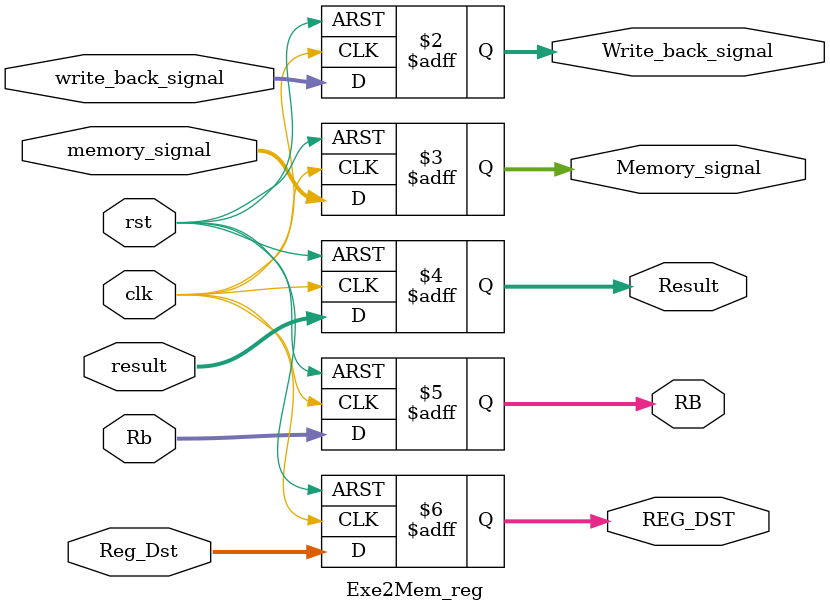
<source format=v>
module Exe2Mem_reg(input clk,rst,input [1:0]write_back_signal,memory_signal
                    ,input[31:0]result,Rb,input [4:0]Reg_Dst
                    ,output reg [1:0] Write_back_signal,Memory_signal
                    ,output reg[31:0] Result,RB,output reg[4:0]REG_DST);
    
    always@(posedge clk,posedge rst)begin
        if(rst)begin
            Write_back_signal <=2'b0;
            Result <= 32'b0;
            RB <= 32'b0;
            REG_DST <= 5'b0;
            Memory_signal <=2'b0;
        end else begin
            Write_back_signal <=write_back_signal;
            Result <= result;
            RB <= Rb;
            REG_DST <= Reg_Dst;
            Memory_signal <= memory_signal;
        end
    end

endmodule
</source>
